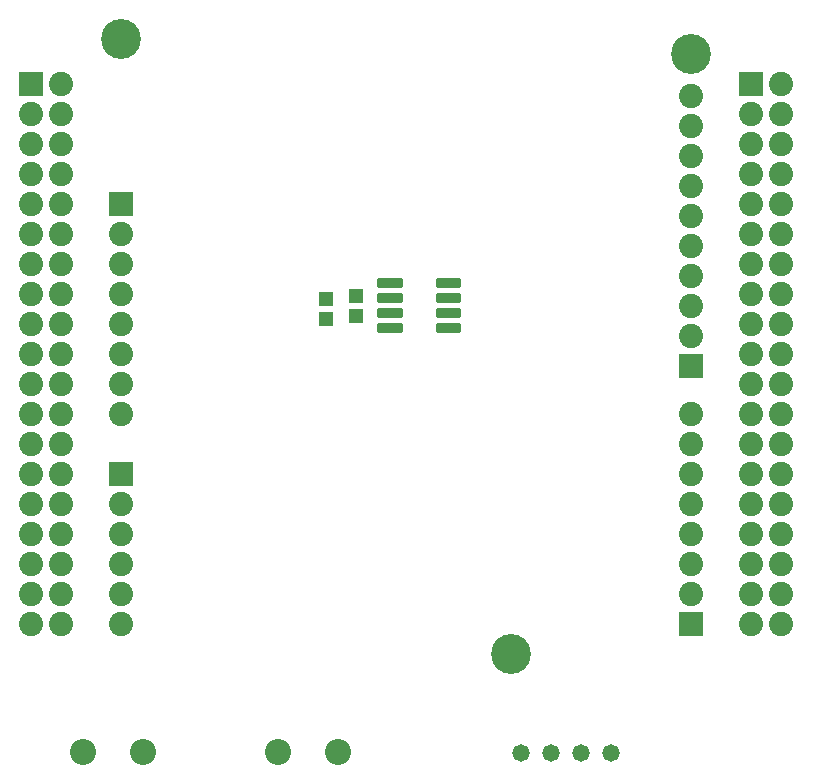
<source format=gts>
G04 EAGLE Gerber RS-274X export*
G75*
%MOMM*%
%FSLAX34Y34*%
%LPD*%
%INSoldermask Top*%
%IPPOS*%
%AMOC8*
5,1,8,0,0,1.08239X$1,22.5*%
G01*
%ADD10R,1.203200X1.303200*%
%ADD11C,0.349006*%
%ADD12R,2.053200X2.053200*%
%ADD13C,2.053200*%
%ADD14C,3.378200*%
%ADD15C,1.473200*%
%ADD16C,2.203200*%


D10*
X284480Y481720D03*
X284480Y498720D03*
X309880Y484260D03*
X309880Y501260D03*
D11*
X329349Y509589D02*
X347591Y509589D01*
X329349Y509589D02*
X329349Y514031D01*
X347591Y514031D01*
X347591Y509589D01*
X347591Y512904D02*
X329349Y512904D01*
X329349Y496889D02*
X347591Y496889D01*
X329349Y496889D02*
X329349Y501331D01*
X347591Y501331D01*
X347591Y496889D01*
X347591Y500204D02*
X329349Y500204D01*
X329349Y484189D02*
X347591Y484189D01*
X329349Y484189D02*
X329349Y488631D01*
X347591Y488631D01*
X347591Y484189D01*
X347591Y487504D02*
X329349Y487504D01*
X329349Y471489D02*
X347591Y471489D01*
X329349Y471489D02*
X329349Y475931D01*
X347591Y475931D01*
X347591Y471489D01*
X347591Y474804D02*
X329349Y474804D01*
X378849Y471489D02*
X397091Y471489D01*
X378849Y471489D02*
X378849Y475931D01*
X397091Y475931D01*
X397091Y471489D01*
X397091Y474804D02*
X378849Y474804D01*
X378849Y484189D02*
X397091Y484189D01*
X378849Y484189D02*
X378849Y488631D01*
X397091Y488631D01*
X397091Y484189D01*
X397091Y487504D02*
X378849Y487504D01*
X378849Y496889D02*
X397091Y496889D01*
X378849Y496889D02*
X378849Y501331D01*
X397091Y501331D01*
X397091Y496889D01*
X397091Y500204D02*
X378849Y500204D01*
X378849Y509589D02*
X397091Y509589D01*
X378849Y509589D02*
X378849Y514031D01*
X397091Y514031D01*
X397091Y509589D01*
X397091Y512904D02*
X378849Y512904D01*
D12*
X111240Y350440D03*
D13*
X111240Y325040D03*
X111240Y299640D03*
X111240Y274240D03*
X111240Y248840D03*
X111240Y223440D03*
D12*
X111240Y579040D03*
D13*
X111240Y553640D03*
X111240Y528240D03*
X111240Y502840D03*
X111240Y477440D03*
X111240Y452040D03*
X111240Y426640D03*
X111240Y401240D03*
D12*
X35040Y680640D03*
D13*
X60440Y680640D03*
X35040Y655240D03*
X60440Y655240D03*
X35040Y629840D03*
X60440Y629840D03*
X35040Y604440D03*
X60440Y604440D03*
X35040Y579040D03*
X60440Y579040D03*
X35040Y553640D03*
X60440Y553640D03*
X35040Y528240D03*
X60440Y528240D03*
X35040Y502840D03*
X60440Y502840D03*
X35040Y477440D03*
X60440Y477440D03*
X35040Y452040D03*
X60440Y452040D03*
X35040Y426640D03*
X60440Y426640D03*
X35040Y401240D03*
X60440Y401240D03*
X35040Y375840D03*
X60440Y375840D03*
X35040Y350440D03*
X60440Y350440D03*
X35040Y325040D03*
X60440Y325040D03*
X35040Y299640D03*
X60440Y299640D03*
X35040Y274240D03*
X60440Y274240D03*
X35040Y248840D03*
X60440Y248840D03*
X35040Y223440D03*
X60440Y223440D03*
D12*
X593840Y441880D03*
D13*
X593840Y467280D03*
X593840Y492680D03*
X593840Y518080D03*
X593840Y543480D03*
X593840Y568880D03*
X593840Y594280D03*
X593840Y619680D03*
X593840Y645080D03*
X593840Y670480D03*
X593840Y274240D03*
X593840Y299640D03*
X593840Y325040D03*
X593840Y350440D03*
X593840Y375840D03*
X593840Y401240D03*
D12*
X593840Y223440D03*
D13*
X593840Y248840D03*
D12*
X644640Y680390D03*
D13*
X670040Y680390D03*
X644640Y654990D03*
X670040Y654990D03*
X644640Y629590D03*
X670040Y629590D03*
X644640Y604190D03*
X670040Y604190D03*
X644640Y578790D03*
X670040Y578790D03*
X644640Y553390D03*
X670040Y553390D03*
X644640Y527990D03*
X670040Y527990D03*
X644640Y502590D03*
X670040Y502590D03*
X644640Y477190D03*
X670040Y477190D03*
X644640Y451790D03*
X670040Y451790D03*
X644640Y426390D03*
X670040Y426390D03*
X644640Y400990D03*
X670040Y400990D03*
X644640Y375590D03*
X670040Y375590D03*
X644640Y350190D03*
X670040Y350190D03*
X644640Y324790D03*
X670040Y324790D03*
X644640Y299390D03*
X670040Y299390D03*
X644640Y273990D03*
X670040Y273990D03*
X644640Y248590D03*
X670040Y248590D03*
X644640Y223190D03*
X670040Y223190D03*
D14*
X593840Y706040D03*
X111240Y718740D03*
X441440Y198040D03*
D15*
X449580Y114300D03*
X474980Y114300D03*
X500380Y114300D03*
X525780Y114300D03*
D16*
X243629Y114550D03*
X294429Y114550D03*
X78529Y114550D03*
X129329Y114550D03*
M02*

</source>
